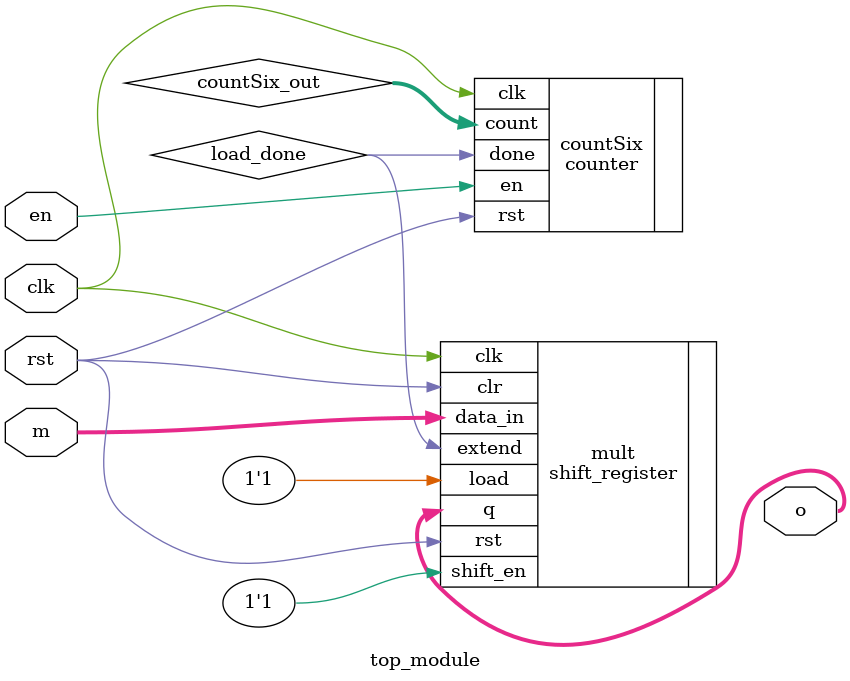
<source format=v>
`timescale 1ns / 1ps


module top_module(
    input clk, rst, en,
    input [7:0] m,
    output [7:0] o
    );
    
    wire [3:0] countSix_out;
    wire load_done;
    counter #(4,8) countSix (
    .clk(clk),           // Clock input
    .rst(rst),           // Reset input
    .en(en),            // Enable input
    .count(countSix_out),  // Counter output
    .done(load_done)       // Done signal when max count reached
    );
    
    
  shift_register #(8)mult(
  .clk(clk),
  .rst(rst),
  .clr(rst),
  .shift_en(1'b1),     // triggers serial shifting from data_in
  .extend(load_done),       // arithmetic shift (MSB repeat)
  .load(1'b1),         // initiates serial loading from data_in
  .data_in(m),
  .q(o)
);


endmodule

</source>
